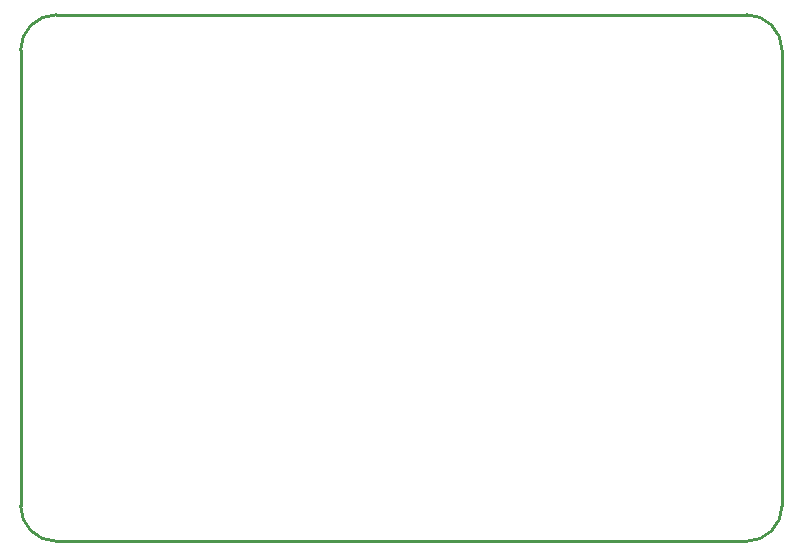
<source format=gko>
G04 Layer: BoardOutlineLayer*
G04 EasyEDA v6.5.29, 2023-07-15 16:34:33*
G04 ff16eedd4ae041ca9ad6f45f5caac9ae,10*
G04 Gerber Generator version 0.2*
G04 Scale: 100 percent, Rotated: No, Reflected: No *
G04 Dimensions in millimeters *
G04 leading zeros omitted , absolute positions ,4 integer and 5 decimal *
%FSLAX45Y45*%
%MOMM*%

%ADD10C,0.2540*%
D10*
X1219197Y4846589D02*
G01*
X1219197Y8704282D01*
X7365685Y4546589D02*
G01*
X1519196Y4546589D01*
X7665684Y8704282D02*
G01*
X7665684Y4846589D01*
X1519196Y9004282D02*
G01*
X7365685Y9004282D01*
G75*
G01*
X7665684Y4846589D02*
G02*
X7365685Y4546591I-299999J1D01*
G75*
G01*
X1519197Y4546591D02*
G02*
X1219198Y4846589I0J299999D01*
G75*
G01*
X1219198Y8704283D02*
G02*
X1519197Y9004282I299999J0D01*
G75*
G01*
X7365685Y9004282D02*
G02*
X7665684Y8704283I0J-299999D01*

%LPD*%
M02*

</source>
